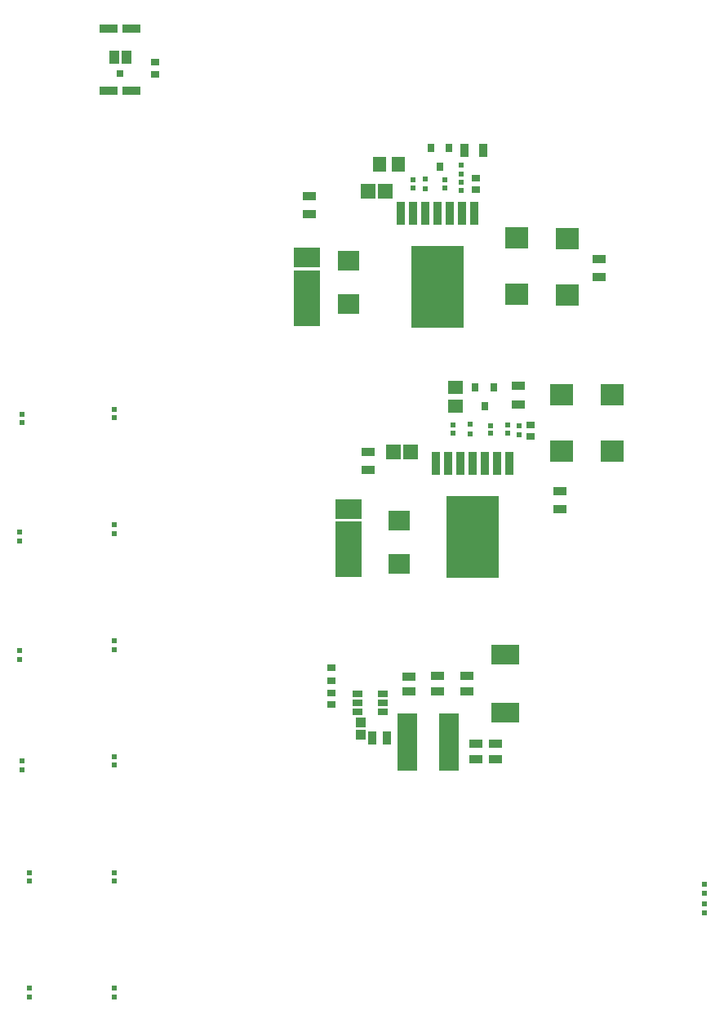
<source format=gtp>
G04*
G04 #@! TF.GenerationSoftware,Altium Limited,Altium Designer,21.2.2 (38)*
G04*
G04 Layer_Color=8421504*
%FSLAX25Y25*%
%MOIN*%
G70*
G04*
G04 #@! TF.SameCoordinates,CEF95F07-8C43-49F3-AA8E-E0B24A2A1908*
G04*
G04*
G04 #@! TF.FilePolarity,Positive*
G04*
G01*
G75*
G04:AMPARAMS|DCode=15|XSize=210.63mil|YSize=336.22mil|CornerRadius=2.11mil|HoleSize=0mil|Usage=FLASHONLY|Rotation=0.000|XOffset=0mil|YOffset=0mil|HoleType=Round|Shape=RoundedRectangle|*
%AMROUNDEDRECTD15*
21,1,0.21063,0.33201,0,0,0.0*
21,1,0.20642,0.33622,0,0,0.0*
1,1,0.00421,0.10321,-0.16600*
1,1,0.00421,-0.10321,-0.16600*
1,1,0.00421,-0.10321,0.16600*
1,1,0.00421,0.10321,0.16600*
%
%ADD15ROUNDEDRECTD15*%
G04:AMPARAMS|DCode=16|XSize=35.04mil|YSize=94.88mil|CornerRadius=1.93mil|HoleSize=0mil|Usage=FLASHONLY|Rotation=0.000|XOffset=0mil|YOffset=0mil|HoleType=Round|Shape=RoundedRectangle|*
%AMROUNDEDRECTD16*
21,1,0.03504,0.09103,0,0,0.0*
21,1,0.03118,0.09488,0,0,0.0*
1,1,0.00385,0.01559,-0.04551*
1,1,0.00385,-0.01559,-0.04551*
1,1,0.00385,-0.01559,0.04551*
1,1,0.00385,0.01559,0.04551*
%
%ADD16ROUNDEDRECTD16*%
%ADD17R,0.09252X0.08661*%
%ADD18R,0.05512X0.03740*%
%ADD19R,0.05315X0.06102*%
%ADD20R,0.02362X0.02362*%
%ADD21R,0.02254X0.02237*%
%ADD22R,0.02165X0.02165*%
%ADD23R,0.03740X0.05709*%
%ADD24R,0.01860X0.01843*%
%ADD25R,0.03150X0.03543*%
%ADD26R,0.11102X0.07953*%
%ADD27R,0.11102X0.22913*%
%ADD28R,0.08661X0.08071*%
%ADD29R,0.05906X0.06102*%
%ADD30R,0.03543X0.02953*%
%ADD31R,0.06102X0.05315*%
%ADD32R,0.05709X0.03740*%
%ADD33R,0.11811X0.07874*%
%ADD34R,0.07913X0.23622*%
%ADD35R,0.03740X0.03150*%
%ADD36R,0.03347X0.02756*%
%ADD37R,0.03937X0.04331*%
%ADD38R,0.07284X0.03543*%
%ADD39R,0.02953X0.02953*%
%ADD40R,0.04134X0.05709*%
G04:AMPARAMS|DCode=41|XSize=43.31mil|YSize=23.62mil|CornerRadius=2.01mil|HoleSize=0mil|Usage=FLASHONLY|Rotation=180.000|XOffset=0mil|YOffset=0mil|HoleType=Round|Shape=RoundedRectangle|*
%AMROUNDEDRECTD41*
21,1,0.04331,0.01961,0,0,180.0*
21,1,0.03929,0.02362,0,0,180.0*
1,1,0.00402,-0.01965,0.00980*
1,1,0.00402,0.01965,0.00980*
1,1,0.00402,0.01965,-0.00980*
1,1,0.00402,-0.01965,-0.00980*
%
%ADD41ROUNDEDRECTD41*%
%ADD42R,0.03394X0.02985*%
%ADD43R,0.05315X0.03740*%
%ADD44R,0.03740X0.05315*%
%ADD45R,0.05787X0.03819*%
D15*
X218504Y230217D02*
D03*
X203976Y332165D02*
D03*
D16*
X203504Y260256D02*
D03*
X208504D02*
D03*
X213504D02*
D03*
X218504D02*
D03*
X223504D02*
D03*
X228504D02*
D03*
X233504D02*
D03*
X188976Y362205D02*
D03*
X193976D02*
D03*
X198976D02*
D03*
X203976D02*
D03*
X208976D02*
D03*
X213976D02*
D03*
X218976D02*
D03*
D17*
X236457Y329213D02*
D03*
Y352244D02*
D03*
X256890Y351772D02*
D03*
Y328740D02*
D03*
X254724Y288287D02*
D03*
Y265256D02*
D03*
X275394Y288287D02*
D03*
Y265256D02*
D03*
D18*
X175591Y257382D02*
D03*
Y264665D02*
D03*
X151811Y361988D02*
D03*
Y369272D02*
D03*
X269921Y343386D02*
D03*
Y336102D02*
D03*
X253937Y241634D02*
D03*
Y248917D02*
D03*
D19*
X188130Y382067D02*
D03*
X180453D02*
D03*
D20*
X199055Y376260D02*
D03*
Y372126D02*
D03*
X217323Y276279D02*
D03*
Y272146D02*
D03*
D21*
X194134Y372413D02*
D03*
Y375973D02*
D03*
X213819Y381878D02*
D03*
Y378318D02*
D03*
X210236Y272342D02*
D03*
Y275903D02*
D03*
X232677Y272342D02*
D03*
Y275903D02*
D03*
D22*
X213819Y371437D02*
D03*
Y374980D02*
D03*
X34342Y138673D02*
D03*
Y135130D02*
D03*
X237402Y275492D02*
D03*
Y271949D02*
D03*
X34449Y276772D02*
D03*
Y280315D02*
D03*
X33465Y228543D02*
D03*
Y232087D02*
D03*
Y180315D02*
D03*
Y183858D02*
D03*
X37402Y42520D02*
D03*
Y46063D02*
D03*
X71850Y278740D02*
D03*
Y282284D02*
D03*
Y231496D02*
D03*
Y235039D02*
D03*
X71850Y187795D02*
D03*
Y184252D02*
D03*
Y140551D02*
D03*
Y137008D02*
D03*
X71850Y89764D02*
D03*
Y93307D02*
D03*
Y42520D02*
D03*
Y46063D02*
D03*
X312992Y84843D02*
D03*
Y88386D02*
D03*
Y76968D02*
D03*
Y80512D02*
D03*
X37402Y89764D02*
D03*
Y93307D02*
D03*
D23*
X214902Y387972D02*
D03*
X222579D02*
D03*
D24*
X206929Y375776D02*
D03*
Y372610D02*
D03*
X225590Y272342D02*
D03*
Y275509D02*
D03*
D25*
X204961Y381083D02*
D03*
X201220Y388957D02*
D03*
X208701D02*
D03*
X226969Y291240D02*
D03*
X219488D02*
D03*
X223228Y283366D02*
D03*
D26*
X150827Y344173D02*
D03*
X167717Y241634D02*
D03*
D27*
X150827Y327638D02*
D03*
X167717Y225098D02*
D03*
D28*
X167756Y325079D02*
D03*
Y342795D02*
D03*
X188189Y236910D02*
D03*
Y219193D02*
D03*
D29*
X175591Y371063D02*
D03*
X182677D02*
D03*
X193110Y264665D02*
D03*
X186024D02*
D03*
D30*
X219724Y376654D02*
D03*
Y371732D02*
D03*
X242126Y271063D02*
D03*
Y275984D02*
D03*
D31*
X211417Y291043D02*
D03*
Y283366D02*
D03*
D32*
X237008Y291831D02*
D03*
Y284154D02*
D03*
D33*
X231614Y182087D02*
D03*
Y158465D02*
D03*
D34*
X191654Y146653D02*
D03*
X208583D02*
D03*
D35*
X160748Y171653D02*
D03*
Y176772D02*
D03*
D36*
Y166339D02*
D03*
Y161811D02*
D03*
D37*
X172559Y149409D02*
D03*
Y154527D02*
D03*
D38*
X69823Y412205D02*
D03*
X79075D02*
D03*
X69823Y437402D02*
D03*
X79075D02*
D03*
D39*
X74449Y419095D02*
D03*
D40*
X72047Y425984D02*
D03*
X76850D02*
D03*
D41*
X171181Y158661D02*
D03*
Y162402D02*
D03*
Y166142D02*
D03*
X181811D02*
D03*
Y162402D02*
D03*
Y158661D02*
D03*
D42*
X88583Y418791D02*
D03*
Y423728D02*
D03*
D43*
X192244Y173228D02*
D03*
Y167323D02*
D03*
D44*
X177480Y148228D02*
D03*
X183386D02*
D03*
D45*
X215866Y167008D02*
D03*
Y173543D02*
D03*
X204055Y167008D02*
D03*
Y173543D02*
D03*
X227677Y139449D02*
D03*
Y145984D02*
D03*
X219803Y139449D02*
D03*
Y145984D02*
D03*
M02*

</source>
